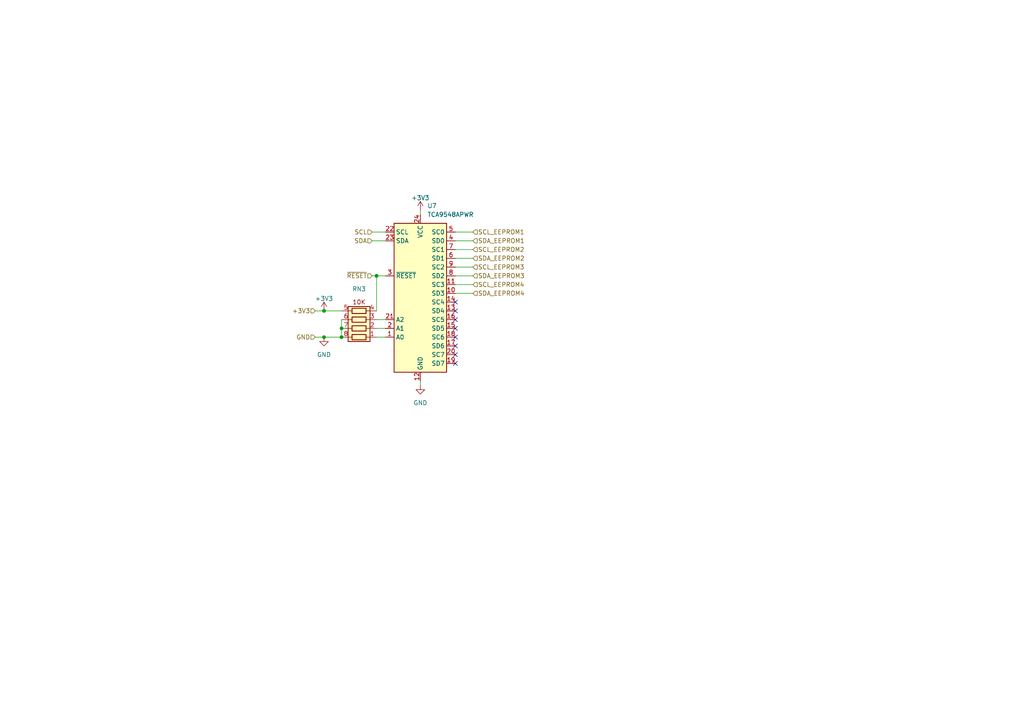
<source format=kicad_sch>
(kicad_sch (version 20211123) (generator eeschema)
  (paper "A4")
  (title_block (title "I2C MUX for EEPROM") (date "2022-01-26") (rev "1.0") (company "Columbia ICSL"))
  (lib_symbols
    (symbol "jlcsmt-ic:I2CMUX_TCA9548APWR"
      (property "Reference" "U" (at -7.62 21.59 0))
      (property "Value" "I2CMUX_TCA9548APWR" (at 1.016 21.59 0))
      (symbol "I2CMUX_TCA9548APWR_0_1"
        (rectangle (start -7.62 20.32) (end 7.62 -22.86) (stroke (width 0.254)) (fill (type background)))
      )
      (symbol "I2CMUX_TCA9548APWR_1_1"
        (pin input line (at -10.16 -12.7 0) (length 2.54) (name "A0") (number "1"))
        (pin bidirectional line (at 10.16 0 180) (length 2.54) (name "SD3") (number "10"))
        (pin output line (at 10.16 2.54 180) (length 2.54) (name "SC3") (number "11"))
        (pin power_in line (at 0 -25.4 90) (length 2.54) (name "GND") (number "12"))
        (pin bidirectional line (at 10.16 -5.08 180) (length 2.54) (name "SD4") (number "13"))
        (pin output line (at 10.16 -2.54 180) (length 2.54) (name "SC4") (number "14"))
        (pin bidirectional line (at 10.16 -10.16 180) (length 2.54) (name "SD5") (number "15"))
        (pin output line (at 10.16 -7.62 180) (length 2.54) (name "SC5") (number "16"))
        (pin bidirectional line (at 10.16 -15.24 180) (length 2.54) (name "SD6") (number "17"))
        (pin output line (at 10.16 -12.7 180) (length 2.54) (name "SC6") (number "18"))
        (pin bidirectional line (at 10.16 -20.32 180) (length 2.54) (name "SD7") (number "19"))
        (pin input line (at -10.16 -10.16 0) (length 2.54) (name "A1") (number "2"))
        (pin output line (at 10.16 -17.78 180) (length 2.54) (name "SC7") (number "20"))
        (pin input line (at -10.16 -7.62 0) (length 2.54) (name "A2") (number "21"))
        (pin input line (at -10.16 17.78 0) (length 2.54) (name "SCL") (number "22"))
        (pin bidirectional line (at -10.16 15.24 0) (length 2.54) (name "SDA") (number "23"))
        (pin power_in line (at 0 22.86 270) (length 2.54) (name "VCC") (number "24"))
        (pin input line (at -10.16 5.08 0) (length 2.54) (name "~{RESET}") (number "3"))
        (pin bidirectional line (at 10.16 15.24 180) (length 2.54) (name "SD0") (number "4"))
        (pin output line (at 10.16 17.78 180) (length 2.54) (name "SC0") (number "5"))
        (pin bidirectional line (at 10.16 10.16 180) (length 2.54) (name "SD1") (number "6"))
        (pin output line (at 10.16 12.7 180) (length 2.54) (name "SC1") (number "7"))
        (pin bidirectional line (at 10.16 5.08 180) (length 2.54) (name "SD2") (number "8"))
        (pin output line (at 10.16 7.62 180) (length 2.54) (name "SC2") (number "9"))
      )
    )
    (symbol "jlcsmt-rcl:RN_0402x4_10K" (pin_names (offset 0) hide)
      (property "Reference" "RN" (at -7.62 0 90))
      (symbol "RN_0402x4_10K_0_0"
        (text "10K" (at 5.08 0 900) (effects (font (size 1.27 1.27))))
        (pin passive line (at 0 -5.08 90) (length 2.54) (name "R3_B") (number "6"))
        (pin passive line (at -2.54 -5.08 90) (length 2.54) (name "R2_B") (number "7"))
        (pin passive line (at -5.08 -5.08 90) (length 2.54) (name "R1_B") (number "8"))
      )
      (symbol "RN_0402x4_10K_0_1"
        (rectangle (start -6.35 -3.175) (end 3.81 3.175) (stroke (width 0.254)) (fill (type background)))
        (rectangle (start -5.842 2.032) (end -4.318 -2.032) (stroke (width 0.254)))
        (rectangle (start -3.302 2.032) (end -1.778 -2.032) (stroke (width 0.254)))
        (rectangle (start -0.762 2.032) (end 0.762 -2.032) (stroke (width 0.254)))
        (polyline (pts (xy -5.08 -2.032) (xy -5.08 -2.54)))
        (polyline (pts (xy -5.08 2.54) (xy -5.08 2.032)))
        (polyline (pts (xy -2.54 -2.032) (xy -2.54 -2.54)))
        (polyline (pts (xy -2.54 2.54) (xy -2.54 2.032)))
        (polyline (pts (xy 0 -2.032) (xy 0 -2.54)))
        (polyline (pts (xy 0 2.54) (xy 0 2.032)))
        (polyline (pts (xy 2.54 -2.032) (xy 2.54 -2.54)))
        (polyline (pts (xy 2.54 2.54) (xy 2.54 2.032)))
        (rectangle (start 1.778 2.032) (end 3.302 -2.032) (stroke (width 0.254)))
      )
      (symbol "RN_0402x4_10K_1_1"
        (pin passive line (at -5.08 5.08 270) (length 2.54) (name "R1_T") (number "1"))
        (pin passive line (at -2.54 5.08 270) (length 2.54) (name "R2_T") (number "2"))
        (pin passive line (at 0 5.08 270) (length 2.54) (name "R3_T") (number "3"))
        (pin passive line (at 2.54 5.08 270) (length 2.54) (name "R4_T") (number "4"))
        (pin passive line (at 2.54 -5.08 90) (length 2.54) (name "R4_B") (number "5"))
      )
    )
    (symbol "multiposition-cache:GND" (power) (pin_names (offset 0))
      (property "Value" "GND" (at 0 -3.81 0))
      (symbol "GND_0_1"
        (polyline (pts (xy 0 0) (xy 0 -1.27) (xy 1.27 -1.27) (xy 0 -2.54) (xy -1.27 -1.27) (xy 0 -1.27)))
      )
      (symbol "GND_1_1"
        (pin power_in line (at 0 0 270) (length 0) hide (name "GND") (number "1"))
      )
    )
    (symbol "power:+3V3" (power) (pin_names (offset 0))
      (property "Value" "+3V3" (at 0 3.556 0))
      (symbol "+3V3_0_1"
        (polyline (pts (xy -0.762 1.27) (xy 0 2.54)))
        (polyline (pts (xy 0 0) (xy 0 2.54)))
        (polyline (pts (xy 0 2.54) (xy 0.762 1.27)))
      )
      (symbol "+3V3_1_1"
        (pin power_in line (at 0 0 90) (length 0) hide (name "+3V3") (number "1"))
      )
    )
  )
  (junction (at 99.06 97.79))
  (junction (at 93.98 97.79))
  (junction (at 93.98 90.17))
  (junction (at 109.22 80.01))
  (junction (at 99.06 95.25))
  (no_connect (at 132.08 90.17))
  (no_connect (at 132.08 92.71))
  (no_connect (at 132.08 95.25))
  (no_connect (at 132.08 105.41))
  (no_connect (at 132.08 97.79))
  (no_connect (at 132.08 100.33))
  (no_connect (at 132.08 102.87))
  (no_connect (at 132.08 87.63))
  (wire (pts (xy 132.08 80.01) (xy 137.16 80.01)))
  (wire (pts (xy 132.08 85.09) (xy 137.16 85.09)))
  (wire (pts (xy 132.08 69.85) (xy 137.16 69.85)))
  (wire (pts (xy 109.22 97.79) (xy 111.76 97.79)))
  (wire (pts (xy 91.44 97.79) (xy 93.98 97.79)))
  (wire (pts (xy 107.95 80.01) (xy 109.22 80.01)))
  (wire (pts (xy 99.06 92.71) (xy 99.06 95.25)))
  (wire (pts (xy 107.95 69.85) (xy 111.76 69.85)))
  (wire (pts (xy 132.08 67.31) (xy 137.16 67.31)))
  (wire (pts (xy 121.92 60.96) (xy 121.92 62.23)))
  (wire (pts (xy 109.22 92.71) (xy 111.76 92.71)))
  (wire (pts (xy 93.98 90.17) (xy 99.06 90.17)))
  (wire (pts (xy 107.95 67.31) (xy 111.76 67.31)))
  (wire (pts (xy 93.98 97.79) (xy 99.06 97.79)))
  (wire (pts (xy 109.22 80.01) (xy 111.76 80.01)))
  (wire (pts (xy 99.06 95.25) (xy 99.06 97.79)))
  (wire (pts (xy 132.08 77.47) (xy 137.16 77.47)))
  (wire (pts (xy 109.22 95.25) (xy 111.76 95.25)))
  (wire (pts (xy 91.44 90.17) (xy 93.98 90.17)))
  (wire (pts (xy 132.08 72.39) (xy 137.16 72.39)))
  (wire (pts (xy 121.92 111.76) (xy 121.92 110.49)))
  (wire (pts (xy 109.22 80.01) (xy 109.22 90.17)))
  (wire (pts (xy 132.08 82.55) (xy 137.16 82.55)))
  (wire (pts (xy 132.08 74.93) (xy 137.16 74.93)))
  (hierarchical_label "SCL_EEPROM1" (shape input) (at 137.16 67.31 0))
  (hierarchical_label "SCL" (shape input) (at 107.95 67.31 180))
  (hierarchical_label "+3V3" (shape input) (at 91.44 90.17 180))
  (hierarchical_label "SDA" (shape input) (at 107.95 69.85 180))
  (hierarchical_label "SCL_EEPROM3" (shape input) (at 137.16 77.47 0))
  (hierarchical_label "SDA_EEPROM1" (shape input) (at 137.16 69.85 0))
  (hierarchical_label "SCL_EEPROM4" (shape input) (at 137.16 82.55 0))
  (hierarchical_label "SDA_EEPROM2" (shape input) (at 137.16 74.93 0))
  (hierarchical_label "GND" (shape input) (at 91.44 97.79 180))
  (hierarchical_label "SCL_EEPROM2" (shape input) (at 137.16 72.39 0))
  (hierarchical_label "SDA_EEPROM3" (shape input) (at 137.16 80.01 0))
  (hierarchical_label "~{RESET}" (shape input) (at 107.95 80.01 180))
  (hierarchical_label "SDA_EEPROM4" (shape input) (at 137.16 85.09 0))
  (symbol (lib_id "power:+3V3") (at 93.98 90.17 0) (unit 1)
    (property "Reference" "#PWR0154" (effects hide))
    (property "Value" "+3V3" (at 93.98 86.614 0))
  )
  (symbol (lib_id "multiposition-cache:GND") (at 121.92 111.76 0) (unit 1)
    (property "Reference" "#PWR0101" (effects hide))
    (property "Value" "GND" (at 121.92 116.84 0))
  )
  (symbol (lib_id "jlcsmt-ic:I2CMUX_TCA9548APWR") (at 121.92 85.09 0) (unit 1)
    (property "Reference" "U7" (at 123.9394 59.69 0) (effects (justify left)))
    (property "Value" "TCA9548APWR" (at 123.9394 62.23 0) (effects (justify left)))
    (property "Footprint" "jlcsmt:TSSOP-24_4.4x7.8mm_P0.65mm" (effects hide))
    (property "Datasheet" "https://datasheet.lcsc.com/lcsc/1811081942_Texas-Instruments-TCA9548APWR_C130026.pdf" (effects hide))
    (property "MFR" "Texas Instruments" (effects hide))
    (property "MFR Part#" "TCA9548APWR" (effects hide))
    (property "LCSC" "C130026" (effects hide))
  )
  (symbol (lib_id "jlcsmt-rcl:RN_0402x4_10K") (at 104.14 92.71 270) (mirror x) (unit 1)
    (property "Reference" "RN3" (at 104.14 83.82 90))
    (property "Value" "RN_0402x4_10K" (effects hide))
    (property "Footprint" "jlcsmt:R_Array_Convex_4x0402" (effects hide))
    (property "Datasheet" "https://datasheet.lcsc.com/lcsc/1810170420_UNI-ROYAL-Uniroyal-Elec-4D02WGJ0103TCE_C25725.pdf" (effects hide))
    (property "LCSC" "C25725" (effects hide))
    (property "MFR" "UNI-ROYAL(Uniroyal Elec)" (effects hide))
    (property "MFR Part#" "4D02WGJ0103TCE" (effects hide))
  )
  (symbol (lib_id "power:+3V3") (at 121.92 60.96 0) (unit 1)
    (property "Reference" "#PWR0155" (effects hide))
    (property "Value" "+3V3" (at 121.92 57.404 0))
  )
  (symbol (lib_id "multiposition-cache:GND") (at 93.98 97.79 0) (unit 1)
    (property "Reference" "#PWR0153" (effects hide))
    (property "Value" "GND" (at 93.98 102.87 0))
  )
)
</source>
